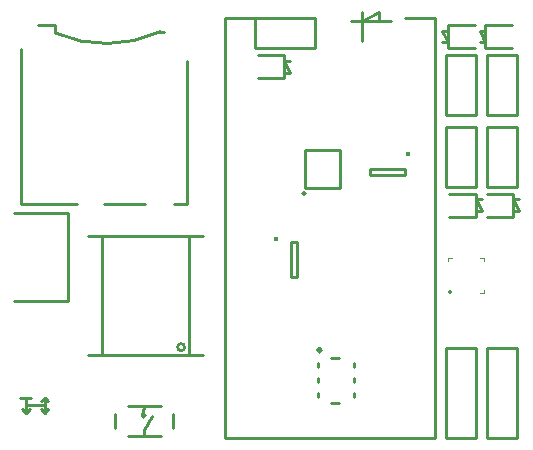
<source format=gbr>
G04 DipTrace 2.4.0.2*
%INTopSilk.gbr*%
%MOIN*%
%ADD10C,0.0098*%
%ADD43C,0.0154*%
%ADD45C,0.0138*%
%ADD46C,0.0049*%
%FSLAX44Y44*%
G04*
G70*
G90*
G75*
G01*
%LNTopSilk*%
%LPD*%
X8250Y14250D2*
D10*
Y13250D1*
X10250Y14250D2*
X8250D1*
X10250D2*
Y13250D1*
X8250D1*
X14625Y8625D2*
X15625D1*
X14625Y10625D2*
Y8625D1*
Y10625D2*
X15625D1*
Y8625D1*
X16000D2*
X17000D1*
X16000Y10625D2*
Y8625D1*
Y10625D2*
X17000D1*
Y8625D1*
X15625Y13000D2*
X14625D1*
X15625Y11000D2*
Y13000D1*
Y11000D2*
X14625D1*
Y13000D1*
X17000D2*
X16000D1*
X17000Y11000D2*
Y13000D1*
Y11000D2*
X16000D1*
Y13000D1*
X14625Y3250D2*
X15625D1*
Y250D1*
X14625D2*
X15625D1*
X14625Y3250D2*
Y250D1*
X16000Y3250D2*
X17000D1*
Y250D1*
X16000D2*
X17000D1*
X16000Y3250D2*
Y250D1*
X236Y4825D2*
X2027D1*
Y7738D1*
X2007D2*
X236D1*
X810Y1591D2*
X435D1*
X1248D2*
Y1091D1*
X623Y1528D2*
Y1091D1*
X1185Y1341D2*
X623D1*
X1248Y1591D2*
X1373Y1466D1*
X1248Y1591D2*
X1123Y1466D1*
X1248Y1091D2*
X1373Y1215D1*
X1248Y1091D2*
X1123Y1215D1*
X623Y1091D2*
X748Y1215D1*
X623Y1091D2*
X498Y1215D1*
X14731Y8391D2*
X15617D1*
Y7603D2*
X14731D1*
X15617Y8391D2*
Y7603D1*
X15814Y8194D2*
X15617D1*
X15814Y7800D1*
X15617D1*
X8356Y13016D2*
X9242D1*
Y12228D2*
X8356D1*
X9242Y13016D2*
Y12228D1*
X9439Y12819D2*
X9242D1*
X9439Y12425D1*
X9242D1*
X15981Y8391D2*
X16867D1*
Y7603D2*
X15981D1*
X16867Y8391D2*
Y7603D1*
X17064Y8194D2*
X16867D1*
X17064Y7800D1*
X16867D1*
X16831Y13234D2*
X15945D1*
Y14022D2*
X16831D1*
X15945Y13234D2*
Y14022D1*
X15749Y13431D2*
X15945D1*
X15749Y13825D1*
X15945D1*
X15581Y13234D2*
X14695D1*
Y14022D2*
X15581D1*
X14695Y13234D2*
Y14022D1*
X14499Y13431D2*
X14695D1*
X14499Y13825D1*
X14695D1*
X12783Y14154D2*
X11464D1*
X11838Y13465D2*
Y14449D1*
Y14154D2*
X12389Y14449D1*
Y14154D1*
X4016Y1310D2*
X5118D1*
X4016Y306D2*
X5118D1*
X4567Y1290D2*
X4508Y1015D1*
X4567Y483D2*
Y306D1*
Y503D2*
X4823Y975D1*
X3602Y1034D2*
Y562D1*
X5532Y1034D2*
Y562D1*
X4508Y985D2*
G02X4508Y985I49J0D01*
G01*
X1594Y13746D2*
G03X5097Y13785I1708J3936D01*
G01*
X462Y13195D2*
Y8037D1*
X2334D1*
X3218D2*
X4595D1*
X5562D2*
X6013D1*
Y12801D1*
X1594Y14022D2*
X1042D1*
X1594Y13746D2*
Y14022D1*
X5097Y13785D2*
X5216D1*
D43*
X8978Y6871D3*
X9479Y6779D2*
D10*
Y5598D1*
X9676D1*
Y6779D1*
X9479D1*
X11559Y2738D2*
Y2613D1*
Y2238D2*
Y2113D1*
Y1738D2*
Y1613D1*
X10809Y1426D2*
X11059D1*
X10372Y1613D2*
Y1738D1*
Y2113D2*
Y2238D1*
Y2613D2*
Y2738D1*
X10809Y2926D2*
X11059D1*
X10344Y3170D2*
G02X10344Y3170I69J0D01*
G01*
D45*
X14752Y5115D3*
X14703Y6129D2*
D46*
Y6247D1*
X14821D1*
X15884Y6129D2*
Y6247D1*
X15766D2*
X15884D1*
X15766Y5066D2*
X15884D1*
Y5184D1*
X2711Y2994D2*
D10*
X6530D1*
X2711Y6970D2*
X6530D1*
X3164Y6951D2*
Y2994D1*
X6077Y6970D2*
Y3053D1*
X5683Y3270D2*
G02X5683Y3270I118J0D01*
G01*
X9919Y8575D2*
X11100D1*
X9919Y9835D2*
X11100D1*
Y8575D2*
Y9835D1*
X9919Y8575D2*
Y9815D1*
X9860Y8398D2*
G02X9860Y8398I39J0D01*
G01*
D43*
X13372Y9711D3*
X13280Y9209D2*
D10*
X12099D1*
Y9012D1*
X13280D1*
Y9209D1*
X7250Y14250D2*
X8250D1*
X7250D2*
Y250D1*
X14250D1*
Y14250D1*
X13250D1*
M02*

</source>
